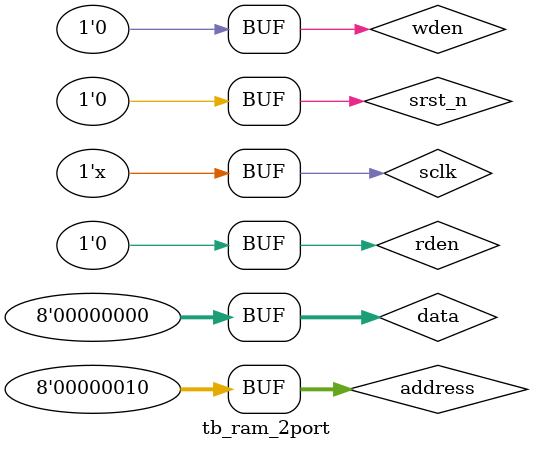
<source format=v>

`timescale 10ns / 10ns
module tb_ram_2port ();
	/////////////////////////////////////////////
	// parameter and signals
	/////////////////////////////////////////////
	// parameter

	// regs or wires
	reg sclk = 0;
	reg srst_n = 0;

	reg [7:0] address;
	reg [7:0] data;
	reg 	  rden,wden;
	wire [7:0] q;
	/////////////////////////////////////////////
	// main code
	/////////////////////////////////////////////
	// System clock
	always #10 sclk = ~sclk;

	//inital
	initial begin
		#0
			rden = 0;
		wden = 0;
		#30
			wden = 1;
		#40
			wden = 0;
		#20
			rden = 1;
		#40
			rden = 0;
	end

	initial begin
		#0
			address = 0;
		data = 0;
		#30
			address = 1;
		data = 1;
		#20
			address = 2;
		data = 0;
		#20
			address = 0;
		#20
			address = 1;
		#20
			address = 2;
	end

	// models
	ram2_port	ram2_port_inst (
					.data ( data ),
					.rdaddress ( address ),
					.rdclock ( sclk ),
					.wraddress ( address ),
					.wrclock ( sclk ),
					.wren ( wden ),
					.q ( q )
					);



	/////////////////////////////////////////////
	// code end
	/////////////////////////////////////////////
endmodule

</source>
